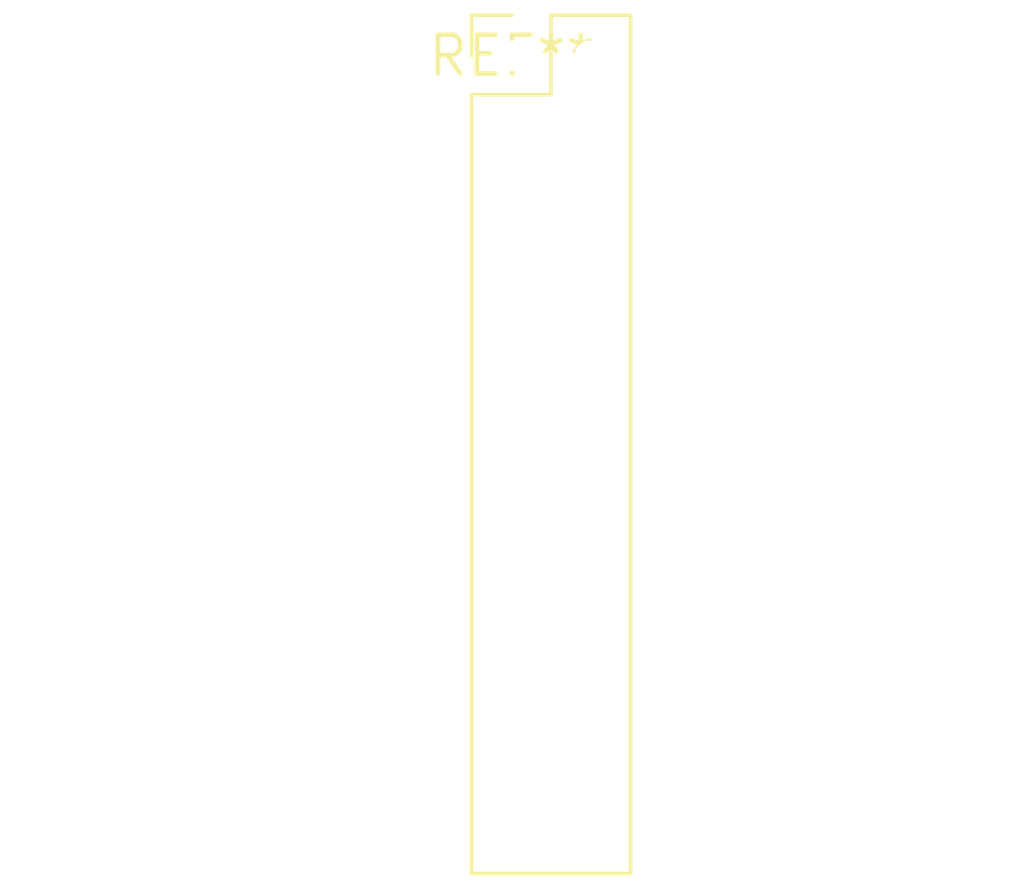
<source format=kicad_pcb>
(kicad_pcb (version 20240108) (generator pcbnew)
  (layers (0 "F.Cu" signal) (31 "B.Cu" signal) (34 "B.Paste" user) (35 "F.Paste" user) (36 "B.SilkS" user "B.Silkscreen") (37 "F.SilkS" user "F.Silkscreen") (38 "B.Mask" user) (39 "F.Mask" user) (44 "Edge.Cuts" user))
  (net 0 "")
  (footprint "PinHeader_2x11_P2.54mm_Vertical" (layer "F.Cu") (at 0 0)
    (property "Reference" "REF**")
    (property "Value" "PinHeader_2x11_P2.54mm_Vertical")
    (fp_line (start -1.33 -1.33) (end 0 -1.33) (layer "F.SilkS") (stroke (width 0.12)))
    (fp_line (start -1.33 0) (end -1.33 -1.33) (layer "F.SilkS") (stroke (width 0.12)))
    (fp_line (start -1.33 1.27) (end -1.33 26.73) (layer "F.SilkS") (stroke (width 0.12)))
    (fp_line (start -1.33 1.27) (end 1.27 1.27) (layer "F.SilkS") (stroke (width 0.12)))
    (fp_line (start -1.33 26.73) (end 3.87 26.73) (layer "F.SilkS") (stroke (width 0.12)))
    (fp_line (start 1.27 -1.33) (end 3.87 -1.33) (layer "F.SilkS") (stroke (width 0.12)))
    (fp_line (start 1.27 1.27) (end 1.27 -1.33) (layer "F.SilkS") (stroke (width 0.12)))
    (fp_line (start 3.87 -1.33) (end 3.87 26.73) (layer "F.SilkS") (stroke (width 0.12)))
    (pad "1" thru_hole rect (at 0 0) (size 1.7 1.7) (drill 1) (layers *.Cu *.Mask) (remove_unused_layers))
    (pad "2" thru_hole oval (at 2.54 0) (size 1.7 1.7) (drill 1) (layers *.Cu *.Mask) (remove_unused_layers))
    (pad "3" thru_hole oval (at 0 2.54) (size 1.7 1.7) (drill 1) (layers *.Cu *.Mask) (remove_unused_layers))
    (pad "4" thru_hole oval (at 2.54 2.54) (size 1.7 1.7) (drill 1) (layers *.Cu *.Mask) (remove_unused_layers))
    (pad "5" thru_hole oval (at 0 5.08) (size 1.7 1.7) (drill 1) (layers *.Cu *.Mask) (remove_unused_layers))
    (pad "6" thru_hole oval (at 2.54 5.08) (size 1.7 1.7) (drill 1) (layers *.Cu *.Mask) (remove_unused_layers))
    (pad "7" thru_hole oval (at 0 7.62) (size 1.7 1.7) (drill 1) (layers *.Cu *.Mask) (remove_unused_layers))
    (pad "8" thru_hole oval (at 2.54 7.62) (size 1.7 1.7) (drill 1) (layers *.Cu *.Mask) (remove_unused_layers))
    (pad "9" thru_hole oval (at 0 10.16) (size 1.7 1.7) (drill 1) (layers *.Cu *.Mask) (remove_unused_layers))
    (pad "10" thru_hole oval (at 2.54 10.16) (size 1.7 1.7) (drill 1) (layers *.Cu *.Mask) (remove_unused_layers))
    (pad "11" thru_hole oval (at 0 12.7) (size 1.7 1.7) (drill 1) (layers *.Cu *.Mask) (remove_unused_layers))
    (pad "12" thru_hole oval (at 2.54 12.7) (size 1.7 1.7) (drill 1) (layers *.Cu *.Mask) (remove_unused_layers))
    (pad "13" thru_hole oval (at 0 15.24) (size 1.7 1.7) (drill 1) (layers *.Cu *.Mask) (remove_unused_layers))
    (pad "14" thru_hole oval (at 2.54 15.24) (size 1.7 1.7) (drill 1) (layers *.Cu *.Mask) (remove_unused_layers))
    (pad "15" thru_hole oval (at 0 17.78) (size 1.7 1.7) (drill 1) (layers *.Cu *.Mask) (remove_unused_layers))
    (pad "16" thru_hole oval (at 2.54 17.78) (size 1.7 1.7) (drill 1) (layers *.Cu *.Mask) (remove_unused_layers))
    (pad "17" thru_hole oval (at 0 20.32) (size 1.7 1.7) (drill 1) (layers *.Cu *.Mask) (remove_unused_layers))
    (pad "18" thru_hole oval (at 2.54 20.32) (size 1.7 1.7) (drill 1) (layers *.Cu *.Mask) (remove_unused_layers))
    (pad "19" thru_hole oval (at 0 22.86) (size 1.7 1.7) (drill 1) (layers *.Cu *.Mask) (remove_unused_layers))
    (pad "20" thru_hole oval (at 2.54 22.86) (size 1.7 1.7) (drill 1) (layers *.Cu *.Mask) (remove_unused_layers))
    (pad "21" thru_hole oval (at 0 25.4) (size 1.7 1.7) (drill 1) (layers *.Cu *.Mask) (remove_unused_layers))
    (pad "22" thru_hole oval (at 2.54 25.4) (size 1.7 1.7) (drill 1) (layers *.Cu *.Mask) (remove_unused_layers))
  )
)
</source>
